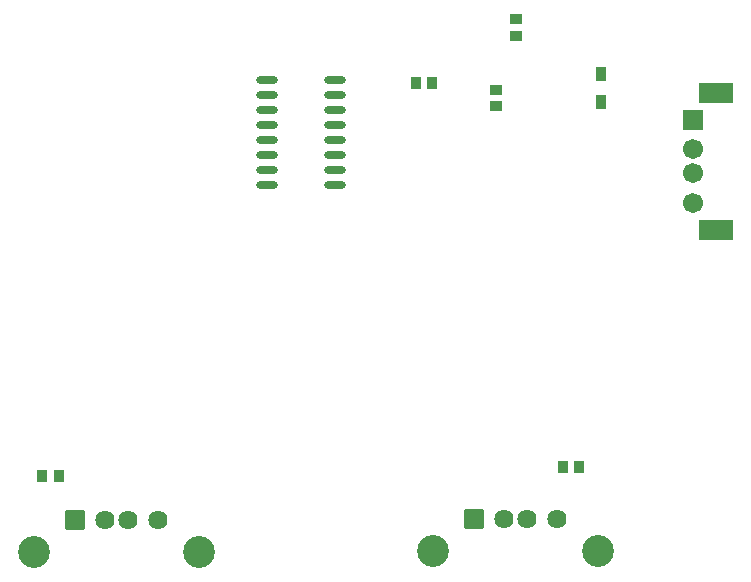
<source format=gts>
G04 Layer: TopSolderMaskLayer*
G04 EasyEDA v6.5.44, 2024-08-15 16:09:49*
G04 6019c0ef6d974e658929918cbd89991a,14e18c81352b4cb09636949e9aeec340,10*
G04 Gerber Generator version 0.2*
G04 Scale: 100 percent, Rotated: No, Reflected: No *
G04 Dimensions in millimeters *
G04 leading zeros omitted , absolute positions ,4 integer and 5 decimal *
%FSLAX45Y45*%
%MOMM*%

%AMMACRO1*4,1,8,-0.4712,-0.4508,-0.5009,-0.4209,-0.5009,0.4211,-0.4712,0.4508,0.4709,0.4508,0.5009,0.4211,0.5009,-0.4209,0.4709,-0.4508,-0.4712,-0.4508,0*%
%AMMACRO2*4,1,8,-0.4211,-0.5009,-0.4508,-0.4709,-0.4508,0.4712,-0.4211,0.5009,0.4209,0.5009,0.4508,0.4712,0.4508,-0.4709,0.4209,-0.5009,-0.4211,-0.5009,0*%
%AMMACRO3*4,1,8,-0.4211,-0.5009,-0.4509,-0.4709,-0.4509,0.4712,-0.4211,0.5009,0.4209,0.5009,0.4509,0.4712,0.4509,-0.4709,0.4209,-0.5009,-0.4211,-0.5009,0*%
%AMMACRO4*4,1,8,-0.396,-0.5508,-0.4257,-0.5208,-0.4257,0.5211,-0.396,0.5508,0.3957,0.5508,0.4257,0.5211,0.4257,-0.5208,0.3957,-0.5508,-0.396,-0.5508,0*%
%AMMACRO5*4,1,8,-1.4211,-0.8508,-1.4508,-0.8208,-1.4508,0.8211,-1.4211,0.8508,1.4209,0.8508,1.4508,0.8211,1.4508,-0.8208,1.4209,-0.8508,-1.4211,-0.8508,0*%
%AMMACRO6*4,1,8,-0.8212,-0.8508,-0.8509,-0.8208,-0.8509,0.8211,-0.8212,0.8508,0.8209,0.8508,0.8509,0.8211,0.8509,-0.8208,0.8209,-0.8508,-0.8212,-0.8508,0*%
%AMMACRO7*4,1,8,-0.7831,-0.8128,-0.8128,-0.7828,-0.8128,0.7831,-0.7831,0.8128,0.7828,0.8128,0.8128,0.7831,0.8128,-0.7828,0.7828,-0.8128,-0.7831,-0.8128,0*%
%ADD10MACRO1*%
%ADD11MACRO2*%
%ADD12MACRO3*%
%ADD13MACRO4*%
%ADD14O,1.8466053999999998X0.6615938*%
%ADD15MACRO5*%
%ADD16MACRO6*%
%ADD17C,1.7016*%
%ADD18C,2.7016*%
%ADD19C,1.6256*%
%ADD20MACRO7*%

%LPD*%
D10*
G01*
X5168900Y8388502D03*
G01*
X5168900Y8248497D03*
D11*
G01*
X1161897Y4521200D03*
G01*
X1301902Y4521200D03*
D10*
G01*
X5003800Y7651597D03*
G01*
X5003800Y7791602D03*
D12*
G01*
X4464202Y7848600D03*
G01*
X4324197Y7848600D03*
G01*
X5708802Y4597400D03*
G01*
X5568797Y4597400D03*
D13*
G01*
X5892800Y7693240D03*
G01*
X5892800Y7927759D03*
D14*
G01*
X3065551Y7874000D03*
G01*
X3065551Y7747000D03*
G01*
X3065551Y7620000D03*
G01*
X3065551Y7493000D03*
G01*
X3065551Y7366000D03*
G01*
X3065551Y7239000D03*
G01*
X3065551Y7112000D03*
G01*
X3065551Y6985000D03*
G01*
X3640048Y7874000D03*
G01*
X3640048Y7747000D03*
G01*
X3640048Y7620000D03*
G01*
X3640048Y7493000D03*
G01*
X3640048Y7366000D03*
G01*
X3640048Y7239000D03*
G01*
X3640048Y7112000D03*
G01*
X3640048Y6985000D03*
D15*
G01*
X6869099Y6608203D03*
G01*
X6869099Y7768196D03*
D16*
G01*
X6669100Y7538199D03*
D17*
G01*
X6669100Y7288199D03*
G01*
X6669100Y7088200D03*
G01*
X6669100Y6838187D03*
D18*
G01*
X1090701Y3877690D03*
G01*
X2490698Y3877690D03*
D19*
G01*
X2140686Y4148683D03*
G01*
X1890699Y4148683D03*
G01*
X1690700Y4148683D03*
D20*
G01*
X1440688Y4148683D03*
D18*
G01*
X4468901Y3890390D03*
G01*
X5868898Y3890390D03*
D19*
G01*
X5518886Y4161383D03*
G01*
X5268899Y4161383D03*
G01*
X5068900Y4161383D03*
D20*
G01*
X4818888Y4161383D03*
M02*

</source>
